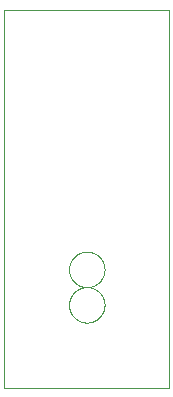
<source format=gbp>
G75*
%MOIN*%
%OFA0B0*%
%FSLAX25Y25*%
%IPPOS*%
%LPD*%
%AMOC8*
5,1,8,0,0,1.08239X$1,22.5*
%
%ADD10C,0.00000*%
D10*
X0005685Y0001350D02*
X0005685Y0127334D01*
X0060804Y0127334D01*
X0060804Y0001350D01*
X0005685Y0001350D01*
X0027339Y0028909D02*
X0027341Y0029062D01*
X0027347Y0029216D01*
X0027357Y0029369D01*
X0027371Y0029521D01*
X0027389Y0029674D01*
X0027411Y0029825D01*
X0027436Y0029976D01*
X0027466Y0030127D01*
X0027500Y0030277D01*
X0027537Y0030425D01*
X0027578Y0030573D01*
X0027623Y0030719D01*
X0027672Y0030865D01*
X0027725Y0031009D01*
X0027781Y0031151D01*
X0027841Y0031292D01*
X0027905Y0031432D01*
X0027972Y0031570D01*
X0028043Y0031706D01*
X0028118Y0031840D01*
X0028195Y0031972D01*
X0028277Y0032102D01*
X0028361Y0032230D01*
X0028449Y0032356D01*
X0028540Y0032479D01*
X0028634Y0032600D01*
X0028732Y0032718D01*
X0028832Y0032834D01*
X0028936Y0032947D01*
X0029042Y0033058D01*
X0029151Y0033166D01*
X0029263Y0033271D01*
X0029377Y0033372D01*
X0029495Y0033471D01*
X0029614Y0033567D01*
X0029736Y0033660D01*
X0029861Y0033749D01*
X0029988Y0033836D01*
X0030117Y0033918D01*
X0030248Y0033998D01*
X0030381Y0034074D01*
X0030516Y0034147D01*
X0030653Y0034216D01*
X0030792Y0034281D01*
X0030932Y0034343D01*
X0031074Y0034401D01*
X0031217Y0034456D01*
X0031362Y0034507D01*
X0031508Y0034554D01*
X0031655Y0034597D01*
X0031803Y0034636D01*
X0031952Y0034672D01*
X0032102Y0034703D01*
X0032253Y0034731D01*
X0032404Y0034755D01*
X0032557Y0034775D01*
X0032709Y0034791D01*
X0032862Y0034803D01*
X0033015Y0034811D01*
X0033168Y0034815D01*
X0033322Y0034815D01*
X0033475Y0034811D01*
X0033628Y0034803D01*
X0033781Y0034791D01*
X0033933Y0034775D01*
X0034086Y0034755D01*
X0034237Y0034731D01*
X0034388Y0034703D01*
X0034538Y0034672D01*
X0034687Y0034636D01*
X0034835Y0034597D01*
X0034982Y0034554D01*
X0035128Y0034507D01*
X0035273Y0034456D01*
X0035416Y0034401D01*
X0035558Y0034343D01*
X0035698Y0034281D01*
X0035837Y0034216D01*
X0035974Y0034147D01*
X0036109Y0034074D01*
X0036242Y0033998D01*
X0036373Y0033918D01*
X0036502Y0033836D01*
X0036629Y0033749D01*
X0036754Y0033660D01*
X0036876Y0033567D01*
X0036995Y0033471D01*
X0037113Y0033372D01*
X0037227Y0033271D01*
X0037339Y0033166D01*
X0037448Y0033058D01*
X0037554Y0032947D01*
X0037658Y0032834D01*
X0037758Y0032718D01*
X0037856Y0032600D01*
X0037950Y0032479D01*
X0038041Y0032356D01*
X0038129Y0032230D01*
X0038213Y0032102D01*
X0038295Y0031972D01*
X0038372Y0031840D01*
X0038447Y0031706D01*
X0038518Y0031570D01*
X0038585Y0031432D01*
X0038649Y0031292D01*
X0038709Y0031151D01*
X0038765Y0031009D01*
X0038818Y0030865D01*
X0038867Y0030719D01*
X0038912Y0030573D01*
X0038953Y0030425D01*
X0038990Y0030277D01*
X0039024Y0030127D01*
X0039054Y0029976D01*
X0039079Y0029825D01*
X0039101Y0029674D01*
X0039119Y0029521D01*
X0039133Y0029369D01*
X0039143Y0029216D01*
X0039149Y0029062D01*
X0039151Y0028909D01*
X0039149Y0028756D01*
X0039143Y0028602D01*
X0039133Y0028449D01*
X0039119Y0028297D01*
X0039101Y0028144D01*
X0039079Y0027993D01*
X0039054Y0027842D01*
X0039024Y0027691D01*
X0038990Y0027541D01*
X0038953Y0027393D01*
X0038912Y0027245D01*
X0038867Y0027099D01*
X0038818Y0026953D01*
X0038765Y0026809D01*
X0038709Y0026667D01*
X0038649Y0026526D01*
X0038585Y0026386D01*
X0038518Y0026248D01*
X0038447Y0026112D01*
X0038372Y0025978D01*
X0038295Y0025846D01*
X0038213Y0025716D01*
X0038129Y0025588D01*
X0038041Y0025462D01*
X0037950Y0025339D01*
X0037856Y0025218D01*
X0037758Y0025100D01*
X0037658Y0024984D01*
X0037554Y0024871D01*
X0037448Y0024760D01*
X0037339Y0024652D01*
X0037227Y0024547D01*
X0037113Y0024446D01*
X0036995Y0024347D01*
X0036876Y0024251D01*
X0036754Y0024158D01*
X0036629Y0024069D01*
X0036502Y0023982D01*
X0036373Y0023900D01*
X0036242Y0023820D01*
X0036109Y0023744D01*
X0035974Y0023671D01*
X0035837Y0023602D01*
X0035698Y0023537D01*
X0035558Y0023475D01*
X0035416Y0023417D01*
X0035273Y0023362D01*
X0035128Y0023311D01*
X0034982Y0023264D01*
X0034835Y0023221D01*
X0034687Y0023182D01*
X0034538Y0023146D01*
X0034388Y0023115D01*
X0034237Y0023087D01*
X0034086Y0023063D01*
X0033933Y0023043D01*
X0033781Y0023027D01*
X0033628Y0023015D01*
X0033475Y0023007D01*
X0033322Y0023003D01*
X0033168Y0023003D01*
X0033015Y0023007D01*
X0032862Y0023015D01*
X0032709Y0023027D01*
X0032557Y0023043D01*
X0032404Y0023063D01*
X0032253Y0023087D01*
X0032102Y0023115D01*
X0031952Y0023146D01*
X0031803Y0023182D01*
X0031655Y0023221D01*
X0031508Y0023264D01*
X0031362Y0023311D01*
X0031217Y0023362D01*
X0031074Y0023417D01*
X0030932Y0023475D01*
X0030792Y0023537D01*
X0030653Y0023602D01*
X0030516Y0023671D01*
X0030381Y0023744D01*
X0030248Y0023820D01*
X0030117Y0023900D01*
X0029988Y0023982D01*
X0029861Y0024069D01*
X0029736Y0024158D01*
X0029614Y0024251D01*
X0029495Y0024347D01*
X0029377Y0024446D01*
X0029263Y0024547D01*
X0029151Y0024652D01*
X0029042Y0024760D01*
X0028936Y0024871D01*
X0028832Y0024984D01*
X0028732Y0025100D01*
X0028634Y0025218D01*
X0028540Y0025339D01*
X0028449Y0025462D01*
X0028361Y0025588D01*
X0028277Y0025716D01*
X0028195Y0025846D01*
X0028118Y0025978D01*
X0028043Y0026112D01*
X0027972Y0026248D01*
X0027905Y0026386D01*
X0027841Y0026526D01*
X0027781Y0026667D01*
X0027725Y0026809D01*
X0027672Y0026953D01*
X0027623Y0027099D01*
X0027578Y0027245D01*
X0027537Y0027393D01*
X0027500Y0027541D01*
X0027466Y0027691D01*
X0027436Y0027842D01*
X0027411Y0027993D01*
X0027389Y0028144D01*
X0027371Y0028297D01*
X0027357Y0028449D01*
X0027347Y0028602D01*
X0027341Y0028756D01*
X0027339Y0028909D01*
X0027339Y0040720D02*
X0027341Y0040873D01*
X0027347Y0041027D01*
X0027357Y0041180D01*
X0027371Y0041332D01*
X0027389Y0041485D01*
X0027411Y0041636D01*
X0027436Y0041787D01*
X0027466Y0041938D01*
X0027500Y0042088D01*
X0027537Y0042236D01*
X0027578Y0042384D01*
X0027623Y0042530D01*
X0027672Y0042676D01*
X0027725Y0042820D01*
X0027781Y0042962D01*
X0027841Y0043103D01*
X0027905Y0043243D01*
X0027972Y0043381D01*
X0028043Y0043517D01*
X0028118Y0043651D01*
X0028195Y0043783D01*
X0028277Y0043913D01*
X0028361Y0044041D01*
X0028449Y0044167D01*
X0028540Y0044290D01*
X0028634Y0044411D01*
X0028732Y0044529D01*
X0028832Y0044645D01*
X0028936Y0044758D01*
X0029042Y0044869D01*
X0029151Y0044977D01*
X0029263Y0045082D01*
X0029377Y0045183D01*
X0029495Y0045282D01*
X0029614Y0045378D01*
X0029736Y0045471D01*
X0029861Y0045560D01*
X0029988Y0045647D01*
X0030117Y0045729D01*
X0030248Y0045809D01*
X0030381Y0045885D01*
X0030516Y0045958D01*
X0030653Y0046027D01*
X0030792Y0046092D01*
X0030932Y0046154D01*
X0031074Y0046212D01*
X0031217Y0046267D01*
X0031362Y0046318D01*
X0031508Y0046365D01*
X0031655Y0046408D01*
X0031803Y0046447D01*
X0031952Y0046483D01*
X0032102Y0046514D01*
X0032253Y0046542D01*
X0032404Y0046566D01*
X0032557Y0046586D01*
X0032709Y0046602D01*
X0032862Y0046614D01*
X0033015Y0046622D01*
X0033168Y0046626D01*
X0033322Y0046626D01*
X0033475Y0046622D01*
X0033628Y0046614D01*
X0033781Y0046602D01*
X0033933Y0046586D01*
X0034086Y0046566D01*
X0034237Y0046542D01*
X0034388Y0046514D01*
X0034538Y0046483D01*
X0034687Y0046447D01*
X0034835Y0046408D01*
X0034982Y0046365D01*
X0035128Y0046318D01*
X0035273Y0046267D01*
X0035416Y0046212D01*
X0035558Y0046154D01*
X0035698Y0046092D01*
X0035837Y0046027D01*
X0035974Y0045958D01*
X0036109Y0045885D01*
X0036242Y0045809D01*
X0036373Y0045729D01*
X0036502Y0045647D01*
X0036629Y0045560D01*
X0036754Y0045471D01*
X0036876Y0045378D01*
X0036995Y0045282D01*
X0037113Y0045183D01*
X0037227Y0045082D01*
X0037339Y0044977D01*
X0037448Y0044869D01*
X0037554Y0044758D01*
X0037658Y0044645D01*
X0037758Y0044529D01*
X0037856Y0044411D01*
X0037950Y0044290D01*
X0038041Y0044167D01*
X0038129Y0044041D01*
X0038213Y0043913D01*
X0038295Y0043783D01*
X0038372Y0043651D01*
X0038447Y0043517D01*
X0038518Y0043381D01*
X0038585Y0043243D01*
X0038649Y0043103D01*
X0038709Y0042962D01*
X0038765Y0042820D01*
X0038818Y0042676D01*
X0038867Y0042530D01*
X0038912Y0042384D01*
X0038953Y0042236D01*
X0038990Y0042088D01*
X0039024Y0041938D01*
X0039054Y0041787D01*
X0039079Y0041636D01*
X0039101Y0041485D01*
X0039119Y0041332D01*
X0039133Y0041180D01*
X0039143Y0041027D01*
X0039149Y0040873D01*
X0039151Y0040720D01*
X0039149Y0040567D01*
X0039143Y0040413D01*
X0039133Y0040260D01*
X0039119Y0040108D01*
X0039101Y0039955D01*
X0039079Y0039804D01*
X0039054Y0039653D01*
X0039024Y0039502D01*
X0038990Y0039352D01*
X0038953Y0039204D01*
X0038912Y0039056D01*
X0038867Y0038910D01*
X0038818Y0038764D01*
X0038765Y0038620D01*
X0038709Y0038478D01*
X0038649Y0038337D01*
X0038585Y0038197D01*
X0038518Y0038059D01*
X0038447Y0037923D01*
X0038372Y0037789D01*
X0038295Y0037657D01*
X0038213Y0037527D01*
X0038129Y0037399D01*
X0038041Y0037273D01*
X0037950Y0037150D01*
X0037856Y0037029D01*
X0037758Y0036911D01*
X0037658Y0036795D01*
X0037554Y0036682D01*
X0037448Y0036571D01*
X0037339Y0036463D01*
X0037227Y0036358D01*
X0037113Y0036257D01*
X0036995Y0036158D01*
X0036876Y0036062D01*
X0036754Y0035969D01*
X0036629Y0035880D01*
X0036502Y0035793D01*
X0036373Y0035711D01*
X0036242Y0035631D01*
X0036109Y0035555D01*
X0035974Y0035482D01*
X0035837Y0035413D01*
X0035698Y0035348D01*
X0035558Y0035286D01*
X0035416Y0035228D01*
X0035273Y0035173D01*
X0035128Y0035122D01*
X0034982Y0035075D01*
X0034835Y0035032D01*
X0034687Y0034993D01*
X0034538Y0034957D01*
X0034388Y0034926D01*
X0034237Y0034898D01*
X0034086Y0034874D01*
X0033933Y0034854D01*
X0033781Y0034838D01*
X0033628Y0034826D01*
X0033475Y0034818D01*
X0033322Y0034814D01*
X0033168Y0034814D01*
X0033015Y0034818D01*
X0032862Y0034826D01*
X0032709Y0034838D01*
X0032557Y0034854D01*
X0032404Y0034874D01*
X0032253Y0034898D01*
X0032102Y0034926D01*
X0031952Y0034957D01*
X0031803Y0034993D01*
X0031655Y0035032D01*
X0031508Y0035075D01*
X0031362Y0035122D01*
X0031217Y0035173D01*
X0031074Y0035228D01*
X0030932Y0035286D01*
X0030792Y0035348D01*
X0030653Y0035413D01*
X0030516Y0035482D01*
X0030381Y0035555D01*
X0030248Y0035631D01*
X0030117Y0035711D01*
X0029988Y0035793D01*
X0029861Y0035880D01*
X0029736Y0035969D01*
X0029614Y0036062D01*
X0029495Y0036158D01*
X0029377Y0036257D01*
X0029263Y0036358D01*
X0029151Y0036463D01*
X0029042Y0036571D01*
X0028936Y0036682D01*
X0028832Y0036795D01*
X0028732Y0036911D01*
X0028634Y0037029D01*
X0028540Y0037150D01*
X0028449Y0037273D01*
X0028361Y0037399D01*
X0028277Y0037527D01*
X0028195Y0037657D01*
X0028118Y0037789D01*
X0028043Y0037923D01*
X0027972Y0038059D01*
X0027905Y0038197D01*
X0027841Y0038337D01*
X0027781Y0038478D01*
X0027725Y0038620D01*
X0027672Y0038764D01*
X0027623Y0038910D01*
X0027578Y0039056D01*
X0027537Y0039204D01*
X0027500Y0039352D01*
X0027466Y0039502D01*
X0027436Y0039653D01*
X0027411Y0039804D01*
X0027389Y0039955D01*
X0027371Y0040108D01*
X0027357Y0040260D01*
X0027347Y0040413D01*
X0027341Y0040567D01*
X0027339Y0040720D01*
M02*

</source>
